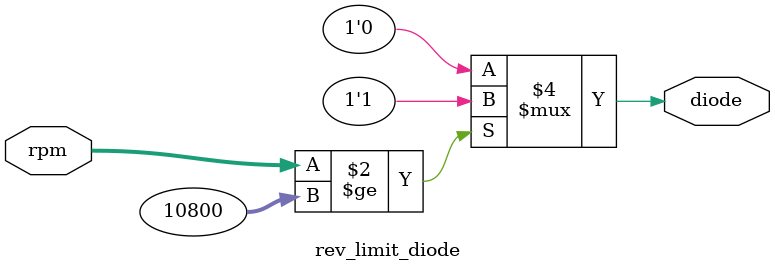
<source format=v>

module rev_limit_diode(
    input wire [13:0] rpm,
    output reg diode
    
    );
    always @* begin
        if(rpm >= 10800) diode = 1;
        else diode = 0;
    end
endmodule

</source>
